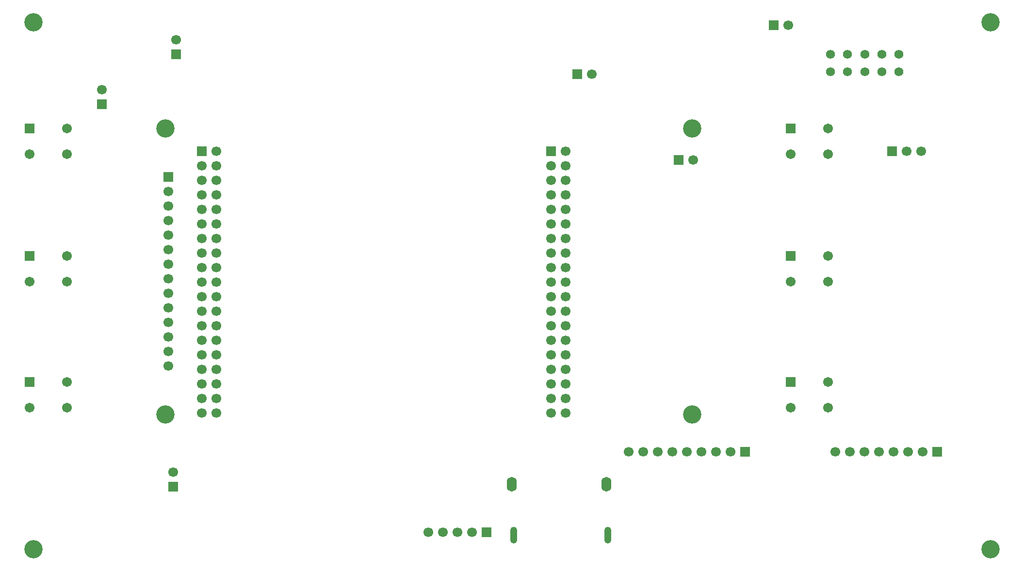
<source format=gbr>
%TF.GenerationSoftware,KiCad,Pcbnew,9.0.1*%
%TF.CreationDate,2026-01-28T18:49:11-04:00*%
%TF.ProjectId,power regulation,706f7765-7220-4726-9567-756c6174696f,1*%
%TF.SameCoordinates,Original*%
%TF.FileFunction,Soldermask,Bot*%
%TF.FilePolarity,Negative*%
%FSLAX46Y46*%
G04 Gerber Fmt 4.6, Leading zero omitted, Abs format (unit mm)*
G04 Created by KiCad (PCBNEW 9.0.1) date 2026-01-28 18:49:11*
%MOMM*%
%LPD*%
G01*
G04 APERTURE LIST*
G04 Aperture macros list*
%AMRoundRect*
0 Rectangle with rounded corners*
0 $1 Rounding radius*
0 $2 $3 $4 $5 $6 $7 $8 $9 X,Y pos of 4 corners*
0 Add a 4 corners polygon primitive as box body*
4,1,4,$2,$3,$4,$5,$6,$7,$8,$9,$2,$3,0*
0 Add four circle primitives for the rounded corners*
1,1,$1+$1,$2,$3*
1,1,$1+$1,$4,$5*
1,1,$1+$1,$6,$7*
1,1,$1+$1,$8,$9*
0 Add four rect primitives between the rounded corners*
20,1,$1+$1,$2,$3,$4,$5,0*
20,1,$1+$1,$4,$5,$6,$7,0*
20,1,$1+$1,$6,$7,$8,$9,0*
20,1,$1+$1,$8,$9,$2,$3,0*%
G04 Aperture macros list end*
%ADD10R,1.700000X1.700000*%
%ADD11C,1.700000*%
%ADD12C,3.200000*%
%ADD13RoundRect,0.102000X-0.754000X-0.754000X0.754000X-0.754000X0.754000X0.754000X-0.754000X0.754000X0*%
%ADD14C,1.712000*%
%ADD15O,1.754000X2.554000*%
%ADD16O,1.254000X2.904000*%
%ADD17C,1.574800*%
G04 APERTURE END LIST*
D10*
%TO.C,+ Ref_Res -*%
X202725000Y-46500000D03*
D11*
X205265000Y-46500000D03*
%TD*%
D10*
%TO.C,STM_CN10*%
X163862500Y-68500000D03*
D11*
X166402500Y-68500000D03*
X163862500Y-71040000D03*
X166402500Y-71040000D03*
X163862500Y-73580000D03*
X166402500Y-73580000D03*
X163862500Y-76120000D03*
X166402500Y-76120000D03*
X163862500Y-78660000D03*
X166402500Y-78660000D03*
X163862500Y-81200000D03*
X166402500Y-81200000D03*
X163862500Y-83740000D03*
X166402500Y-83740000D03*
X163862500Y-86280000D03*
X166402500Y-86280000D03*
X163862500Y-88820000D03*
X166402500Y-88820000D03*
X163862500Y-91360000D03*
X166402500Y-91360000D03*
X163862500Y-93900000D03*
X166402500Y-93900000D03*
X163862500Y-96440000D03*
X166402500Y-96440000D03*
X163862500Y-98980000D03*
X166402500Y-98980000D03*
X163862500Y-101520000D03*
X166402500Y-101520000D03*
X163862500Y-104060000D03*
X166402500Y-104060000D03*
X163862500Y-106600000D03*
X166402500Y-106600000D03*
X163862500Y-109140000D03*
X166402500Y-109140000D03*
X163862500Y-111680000D03*
X166402500Y-111680000D03*
X163862500Y-114220000D03*
X166402500Y-114220000D03*
%TD*%
D10*
%TO.C,J1*%
X168412500Y-55000000D03*
D11*
X170952500Y-55000000D03*
%TD*%
D12*
%TO.C,REF\u002A\u002A*%
X240500000Y-46000000D03*
%TD*%
D13*
%TO.C,PB-5*%
X205662500Y-86750000D03*
D14*
X212162500Y-86750000D03*
X205662500Y-91250000D03*
X212162500Y-91250000D03*
%TD*%
D10*
%TO.C,RTD*%
X223332500Y-68500000D03*
D11*
X225872500Y-68500000D03*
X228412500Y-68500000D03*
%TD*%
D13*
%TO.C,PB-4*%
X205662500Y-64500000D03*
D14*
X212162500Y-64500000D03*
X205662500Y-69000000D03*
X212162500Y-69000000D03*
%TD*%
D10*
%TO.C,MAX31856*%
X197660000Y-121000000D03*
D11*
X195120000Y-121000000D03*
X192580000Y-121000000D03*
X190040000Y-121000000D03*
X187500000Y-121000000D03*
X184960000Y-121000000D03*
X182420000Y-121000000D03*
X179880000Y-121000000D03*
X177340000Y-121000000D03*
%TD*%
D13*
%TO.C,PB-6*%
X205662500Y-108750000D03*
D14*
X212162500Y-108750000D03*
X205662500Y-113250000D03*
X212162500Y-113250000D03*
%TD*%
D15*
%TO.C,SD_Reader*%
X157000000Y-126650000D03*
X173450000Y-126650000D03*
D16*
X157300000Y-135550000D03*
X173700000Y-135550000D03*
%TD*%
D13*
%TO.C,PB-3*%
X72837500Y-108750000D03*
D14*
X79337500Y-108750000D03*
X72837500Y-113250000D03*
X79337500Y-113250000D03*
%TD*%
D10*
%TO.C,J3*%
X85385000Y-60275000D03*
D11*
X85385000Y-57735000D03*
%TD*%
D12*
%TO.C,REF\u002A\u002A*%
X73500000Y-138000000D03*
%TD*%
D10*
%TO.C,TFT_DISPLAY_Pinout*%
X97000000Y-72960000D03*
D11*
X97000000Y-75500000D03*
X97000000Y-78040000D03*
X97000000Y-80580000D03*
X97000000Y-83120000D03*
X97000000Y-85660000D03*
X97000000Y-88200000D03*
X97000000Y-90740000D03*
X97000000Y-93280000D03*
X97000000Y-95820000D03*
X97000000Y-98360000D03*
X97000000Y-100900000D03*
X97000000Y-103440000D03*
X97000000Y-105980000D03*
%TD*%
D10*
%TO.C,MAX31865*%
X231200000Y-121000000D03*
D11*
X228660000Y-121000000D03*
X226120000Y-121000000D03*
X223580000Y-121000000D03*
X221040000Y-121000000D03*
X218500000Y-121000000D03*
X215960000Y-121000000D03*
X213420000Y-121000000D03*
%TD*%
D10*
%TO.C,J2*%
X97912500Y-127040000D03*
D11*
X97912500Y-124500000D03*
%TD*%
D13*
%TO.C,PB-1*%
X72837500Y-64500000D03*
D14*
X79337500Y-64500000D03*
X72837500Y-69000000D03*
X79337500Y-69000000D03*
%TD*%
D17*
%TO.C,Connector*%
X212572902Y-51564301D03*
X215572901Y-51564301D03*
X218572900Y-51564301D03*
X221572899Y-51564301D03*
X224572898Y-51564301D03*
X212572902Y-54564300D03*
X215572901Y-54564300D03*
X218572900Y-54564300D03*
X221572899Y-54564300D03*
X224572898Y-54564300D03*
%TD*%
D12*
%TO.C,hole*%
X96500000Y-64500000D03*
%TD*%
%TO.C,REF\u002A\u002A*%
X73500000Y-46000000D03*
%TD*%
%TO.C,hole*%
X188500000Y-114500000D03*
%TD*%
D10*
%TO.C,GPS_Pinout*%
X152580000Y-135000000D03*
D11*
X150040000Y-135000000D03*
X147500000Y-135000000D03*
X144960000Y-135000000D03*
X142420000Y-135000000D03*
%TD*%
D10*
%TO.C,Thermocouple*%
X186087500Y-70000000D03*
D11*
X188627500Y-70000000D03*
%TD*%
D13*
%TO.C,PB-2*%
X72837500Y-86750000D03*
D14*
X79337500Y-86750000D03*
X72837500Y-91250000D03*
X79337500Y-91250000D03*
%TD*%
D10*
%TO.C,J1*%
X98412500Y-51540000D03*
D11*
X98412500Y-49000000D03*
%TD*%
D12*
%TO.C,hole*%
X188500000Y-64500000D03*
%TD*%
%TO.C,hole*%
X96500000Y-114500000D03*
%TD*%
%TO.C,REF\u002A\u002A*%
X240500000Y-138000000D03*
%TD*%
D10*
%TO.C,STM_CN7*%
X102862500Y-68500000D03*
D11*
X105402500Y-68500000D03*
X102862500Y-71040000D03*
X105402500Y-71040000D03*
X102862500Y-73580000D03*
X105402500Y-73580000D03*
X102862500Y-76120000D03*
X105402500Y-76120000D03*
X102862500Y-78660000D03*
X105402500Y-78660000D03*
X102862500Y-81200000D03*
X105402500Y-81200000D03*
X102862500Y-83740000D03*
X105402500Y-83740000D03*
X102862500Y-86280000D03*
X105402500Y-86280000D03*
X102862500Y-88820000D03*
X105402500Y-88820000D03*
X102862500Y-91360000D03*
X105402500Y-91360000D03*
X102862500Y-93900000D03*
X105402500Y-93900000D03*
X102862500Y-96440000D03*
X105402500Y-96440000D03*
X102862500Y-98980000D03*
X105402500Y-98980000D03*
X102862500Y-101520000D03*
X105402500Y-101520000D03*
X102862500Y-104060000D03*
X105402500Y-104060000D03*
X102862500Y-106600000D03*
X105402500Y-106600000D03*
X102862500Y-109140000D03*
X105402500Y-109140000D03*
X102862500Y-111680000D03*
X105402500Y-111680000D03*
X102862500Y-114220000D03*
X105402500Y-114220000D03*
%TD*%
M02*

</source>
